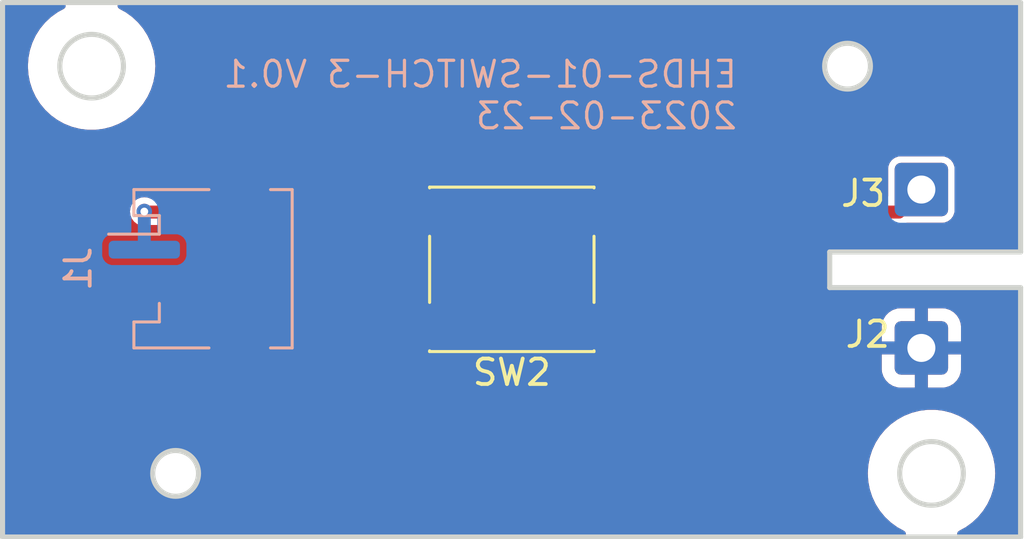
<source format=kicad_pcb>
(kicad_pcb (version 20221018) (generator pcbnew)
  (title_block (title "EHDS-01-Switch-3") (date "2024-01-18") (rev "V0.1") (company "Ovobot") (comment 1 "EHDS-01 Switch-3副板，V0.1，40x21x1.2mm ，FR4，2层，绿油白字，无铅喷锡"))
  (layers (0 "F.Cu" signal) (31 "B.Cu" signal) (34 "B.Paste" user) (35 "F.Paste" user) (36 "B.SilkS" user "B.Silkscreen") (37 "F.SilkS" user "F.Silkscreen") (38 "B.Mask" user) (39 "F.Mask" user) (44 "Edge.Cuts" user))
  (net 0 "")
  (net 1 "GND")
  (net 2 "/START")
  (footprint "Connector_Wire:SolderWire-0.5sqmm_1x01_D0.9mm_OD2.1mm" (layer "F.Cu") (at 202.7682 71.8312 90)
    (fp_text reference "J3" (at -0.1524 -2.286 180) (layer "F.SilkS"))
    (fp_text value "Conn_01x01")
    (pad "1" thru_hole roundrect (at 0 0 90) (size 2.1 2.1) (drill 1.1) (layers "*.Cu" "*.Mask") (roundrect_rratio 0.119048) (net 2 "/START"))
  )
  (footprint "Button_Switch_SMD:SW_Push_1P1T_NO_6x6mm_H9.5mm" (layer "F.Cu") (at 186.6772 74.966 180)
    (fp_text reference "SW2" (at 0 -4.05) (layer "F.SilkS"))
    (fp_text value "6x6x4.3mm")
    (fp_line (start -3.23 -3.23) (end 3.23 -3.23) (stroke (width 0.12)) (layer "F.SilkS"))
    (fp_line (start -3.23 -3.2) (end -3.23 -3.23) (stroke (width 0.12)) (layer "F.SilkS"))
    (fp_line (start -3.23 -1.3) (end -3.23 1.3) (stroke (width 0.12)) (layer "F.SilkS"))
    (fp_line (start -3.23 3.23) (end -3.23 3.2) (stroke (width 0.12)) (layer "F.SilkS"))
    (fp_line (start -3.23 3.23) (end 3.23 3.23) (stroke (width 0.12)) (layer "F.SilkS"))
    (fp_line (start 3.23 -3.23) (end 3.23 -3.2) (stroke (width 0.12)) (layer "F.SilkS"))
    (fp_line (start 3.23 -1.3) (end 3.23 1.3) (stroke (width 0.12)) (layer "F.SilkS"))
    (fp_line (start 3.23 3.23) (end 3.23 3.2) (stroke (width 0.12)) (layer "F.SilkS"))
    (pad "1" smd rect (at -3.975 -2.25 180) (size 1.55 1.3) (layers "F.Cu" "F.Paste" "F.Mask") (net 1 "GND"))
    (pad "1" smd rect (at 3.975 -2.25 180) (size 1.55 1.3) (layers "F.Cu" "F.Paste" "F.Mask") (net 1 "GND"))
    (pad "2" smd rect (at -3.975 2.25 180) (size 1.55 1.3) (layers "F.Cu" "F.Paste" "F.Mask") (net 2 "/START"))
    (pad "2" smd rect (at 3.975 2.25 180) (size 1.55 1.3) (layers "F.Cu" "F.Paste" "F.Mask") (net 2 "/START"))
  )
  (footprint "Connector_Wire:SolderWire-0.5sqmm_1x01_D0.9mm_OD2.1mm" (layer "F.Cu") (at 202.7682 78.0542)
    (fp_text reference "J2" (at -2.1082 -0.5334) (layer "F.SilkS"))
    (fp_text value "Conn_01x01")
    (pad "1" thru_hole roundrect (at 0 0) (size 2.1 2.1) (drill 1.1) (layers "*.Cu" "*.Mask") (roundrect_rratio 0.119048) (net 1 "GND"))
  )
  (footprint "Ovo_Connector_JST:JST_ZH_S2B-ZR-SM4-TF_1x02-1MP_P1.50mm_Horizontal" (layer "B.Cu") (at 173.8874 74.9434 -90)
    (fp_text reference "J1" (at 0 4.25 90) (layer "B.SilkS") (effects (justify mirror)))
    (fp_text value "ZH1.5MM/2AWSMT")
    (fp_line (start -3.11 -4.16) (end 3.11 -4.16) (stroke (width 0.12)) (layer "B.SilkS"))
    (fp_line (start -3.11 -3.31) (end -3.11 -4.16) (stroke (width 0.12)) (layer "B.SilkS"))
    (fp_line (start -3.11 -0.89) (end -3.11 2.06) (stroke (width 0.12)) (layer "B.SilkS"))
    (fp_line (start -3.11 2.06) (end -2.09 2.06) (stroke (width 0.12)) (layer "B.SilkS"))
    (fp_line (start -2.09 1.06) (end -1.36 1.06) (stroke (width 0.12)) (layer "B.SilkS"))
    (fp_line (start -2.09 2.06) (end -2.09 1.06) (stroke (width 0.12)) (layer "B.SilkS"))
    (fp_line (start -1.36 1.06) (end -1.36 3.05) (stroke (width 0.12)) (layer "B.SilkS"))
    (fp_line (start 2.09 1.06) (end 1.36 1.06) (stroke (width 0.12)) (layer "B.SilkS"))
    (fp_line (start 2.09 2.06) (end 2.09 1.06) (stroke (width 0.12)) (layer "B.SilkS"))
    (fp_line (start 3.11 -4.16) (end 3.11 -3.31) (stroke (width 0.12)) (layer "B.SilkS"))
    (fp_line (start 3.11 -0.89) (end 3.11 2.06) (stroke (width 0.12)) (layer "B.SilkS"))
    (fp_line (start 3.11 2.06) (end 2.09 2.06) (stroke (width 0.12)) (layer "B.SilkS"))
    (pad "1" smd roundrect (at -0.75 1.65 270) (size 0.7 2.8) (layers "B.Cu" "B.Paste" "B.Mask") (net 2 "/START"))
    (pad "2" smd roundrect (at 0.75 1.65 270) (size 0.7 2.8) (layers "B.Cu" "B.Paste" "B.Mask") (net 1 "GND"))
    (pad "MP" smd roundrect (at -2.7 -2.1 270) (size 1.1 1.9) (layers "B.Cu" "B.Paste" "B.Mask") (roundrect_rratio 0.227273) (net 1 "GND"))
    (pad "MP" smd roundrect (at 2.7 -2.1 270) (size 1.1 1.9) (layers "B.Cu" "B.Paste" "B.Mask") (roundrect_rratio 0.227273) (net 1 "GND"))
  )
  (gr_line (start 206.6674 75.6836) (end 206.6674 85.4836) (stroke (width 0.2)) (layer "Edge.Cuts"))
  (gr_line (start 199.1674 75.6836) (end 206.6674 75.6836) (stroke (width 0.2)) (layer "Edge.Cuts"))
  (gr_circle (center 173.4674 82.9836) (end 174.3674 82.9836) (stroke (width 0.2)) (fill none) (layer "Edge.Cuts"))
  (gr_circle (center 203.1674 82.9836) (end 204.4174 82.9836) (stroke (width 0.2)) (fill none) (layer "Edge.Cuts"))
  (gr_line (start 199.1674 74.2836) (end 206.6674 74.2836) (stroke (width 0.2)) (layer "Edge.Cuts"))
  (gr_circle (center 170.1674 66.9836) (end 171.4174 66.9836) (stroke (width 0.2)) (fill none) (layer "Edge.Cuts"))
  (gr_line (start 206.6674 64.4836) (end 206.6674 74.2836) (stroke (width 0.2)) (layer "Edge.Cuts"))
  (gr_circle (center 199.8674 66.9836) (end 200.7674 66.9836) (stroke (width 0.2)) (fill none) (layer "Edge.Cuts"))
  (gr_line (start 206.6674 85.4836) (end 166.6674 85.4836) (stroke (width 0.2)) (layer "Edge.Cuts"))
  (gr_line (start 166.6674 85.4836) (end 166.6674 64.4836) (stroke (width 0.2)) (layer "Edge.Cuts"))
  (gr_line (start 199.1674 75.6836) (end 199.1674 74.2836) (stroke (width 0.2)) (layer "Edge.Cuts"))
  (gr_line (start 166.6674 64.4836) (end 206.6674 64.4836) (stroke (width 0.2)) (layer "Edge.Cuts"))
  (gr_text "EHDS-01-SWITCH-3 V0.1\n2023-02-23\n" (at 195.6054 68.1228) (layer "B.SilkS") (effects (font (size 1.016 1.016) (thickness 0.127)) (justify left mirror)))
  (segment (start 201.8834 72.716) (end 202.7682 71.8312) (width 0.508) (layer "F.Cu") (net 2))
  (segment (start 190.6522 72.716) (end 182.7022 72.716) (width 0.508) (layer "F.Cu") (net 2))
  (segment (start 182.7022 72.716) (end 172.2586 72.716) (width 0.508) (layer "F.Cu") (net 2))
  (segment (start 190.6522 72.716) (end 201.8834 72.716) (width 0.508) (layer "F.Cu") (net 2))
  (segment (start 172.2586 72.716) (end 172.2374 72.6948) (width 0.508) (layer "F.Cu") (net 2))
  (via (at 172.2374 72.6948) (size 0.6096) (drill 0.3048) (layers "F.Cu" "B.Cu") (net 2))
  (segment (start 172.2374 72.6948) (end 172.2374 74.1934) (width 0.508) (layer "B.Cu") (net 2))
  (zone (net 0) (net_name "") (layers "F&B.Cu") (connect_pads (clearance 0)) (min_thickness 0.254)
    (keepout (tracks not_allowed) (vias not_allowed) (pads not_allowed) (copperpour not_allowed) (footprints not_allowed))
    (fill (thermal_gap 0.508) (thermal_bridge_width 0.508))
    (polygon (pts (xy 172.672343 66.9836) (xy 172.652591 66.669647) (xy 172.593646 66.360646) (xy 172.496437 66.061469) (xy 172.362498 65.776835) (xy 172.193941 65.511231) (xy 171.993425 65.268849) (xy 171.764111 65.053508) (xy 171.509616 64.868607) (xy 171.233953 64.71706) (xy 170.94147 64.601258) (xy 170.63678 64.523026) (xy 170.324687 64.4836) (xy 170.010113 64.4836) (xy 169.69802 64.523026) (xy 169.39333 64.601258) (xy 169.100847 64.71706) (xy 168.825184 64.868607) (xy 168.570689 65.053508) (xy 168.341375 65.268849) (xy 168.140859 65.511231) (xy 167.972302 65.776835) (xy 167.838363 66.061469) (xy 167.741154 66.360646) (xy 167.682209 66.669647) (xy 167.662457 66.9836) (xy 167.682209 67.297553) (xy 167.741154 67.606554) (xy 167.838363 67.905731) (xy 167.972302 68.190365) (xy 168.140859 68.455969) (xy 168.341375 68.698351) (xy 168.570689 68.913692) (xy 168.825184 69.098593) (xy 169.100847 69.25014) (xy 169.39333 69.365942) (xy 169.69802 69.444174) (xy 170.010113 69.4836) (xy 170.324687 69.4836) (xy 170.63678 69.444174) (xy 170.94147 69.365942) (xy 171.233953 69.25014) (xy 171.509616 69.098593) (xy 171.764111 68.913692) (xy 171.993425 68.698351) (xy 172.193941 68.455969) (xy 172.362498 68.190365) (xy 172.496437 67.905731) (xy 172.593646 67.606554) (xy 172.652591 67.297553)))
  )
  (zone (net 0) (net_name "") (layers "F&B.Cu") (connect_pads (clearance 0)) (min_thickness 0.254)
    (keepout (tracks not_allowed) (vias not_allowed) (pads not_allowed) (copperpour not_allowed) (footprints not_allowed))
    (fill (thermal_gap 0.508) (thermal_bridge_width 0.508))
    (polygon (pts (xy 205.672343 82.9836) (xy 205.652591 82.669647) (xy 205.593646 82.360646) (xy 205.496437 82.061469) (xy 205.362498 81.776835) (xy 205.193941 81.511231) (xy 204.993425 81.268849) (xy 204.764111 81.053508) (xy 204.509616 80.868607) (xy 204.233953 80.71706) (xy 203.94147 80.601258) (xy 203.63678 80.523026) (xy 203.324687 80.4836) (xy 203.010113 80.4836) (xy 202.69802 80.523026) (xy 202.39333 80.601258) (xy 202.100847 80.71706) (xy 201.825184 80.868607) (xy 201.570689 81.053508) (xy 201.341375 81.268849) (xy 201.140859 81.511231) (xy 200.972302 81.776835) (xy 200.838363 82.061469) (xy 200.741154 82.360646) (xy 200.682209 82.669647) (xy 200.662457 82.9836) (xy 200.682209 83.297553) (xy 200.741154 83.606554) (xy 200.838363 83.905731) (xy 200.972302 84.190365) (xy 201.140859 84.455969) (xy 201.341375 84.698351) (xy 201.570689 84.913692) (xy 201.825184 85.098593) (xy 202.100847 85.25014) (xy 202.39333 85.365942) (xy 202.69802 85.444174) (xy 203.010113 85.4836) (xy 203.324687 85.4836) (xy 203.63678 85.444174) (xy 203.94147 85.365942) (xy 204.233953 85.25014) (xy 204.509616 85.098593) (xy 204.764111 84.913692) (xy 204.993425 84.698351) (xy 205.193941 84.455969) (xy 205.362498 84.190365) (xy 205.496437 83.905731) (xy 205.593646 83.606554) (xy 205.652591 83.297553)))
  )
  (zone (net 1) (net_name "GND") (layers "F&B.Cu") (connect_pads thru_hole_only (clearance 0.254)) (min_thickness 0.254) (fill yes (thermal_gap 0.508) (thermal_bridge_width 0.508))
    (polygon (pts (xy 206.6544 85.4964) (xy 166.6748 85.4964) (xy 166.6748 64.4906) (xy 206.6544 64.4906)))
  )
)
</source>
